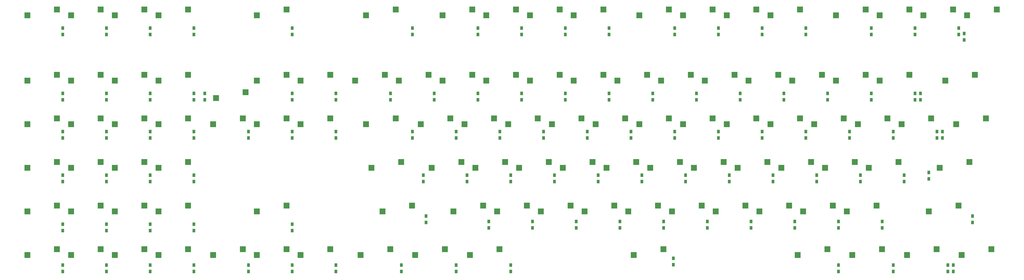
<source format=gbr>
G04 #@! TF.GenerationSoftware,KiCad,Pcbnew,(5.0.1)-4*
G04 #@! TF.CreationDate,2019-03-27T07:27:33+08:00*
G04 #@! TF.ProjectId,south-chonk,736F7574682D63686F6E6B2E6B696361,1*
G04 #@! TF.SameCoordinates,Original*
G04 #@! TF.FileFunction,Paste,Bot*
G04 #@! TF.FilePolarity,Positive*
%FSLAX46Y46*%
G04 Gerber Fmt 4.6, Leading zero omitted, Abs format (unit mm)*
G04 Created by KiCad (PCBNEW (5.0.1)-4) date 3/27/2019 7:27:33 AM*
%MOMM*%
%LPD*%
G01*
G04 APERTURE LIST*
%ADD10R,2.550000X2.500000*%
%ADD11R,1.200000X1.600000*%
G04 APERTURE END LIST*
D10*
G04 #@! TO.C,MX1*
X21490000Y-26035000D03*
X34417000Y-23495000D03*
G04 #@! TD*
G04 #@! TO.C,MX2*
X53467000Y-23495000D03*
X40540000Y-26035000D03*
G04 #@! TD*
G04 #@! TO.C,MX3*
X59590000Y-26035000D03*
X72517000Y-23495000D03*
G04 #@! TD*
G04 #@! TO.C,MX4*
X78640100Y-26035000D03*
X91567100Y-23495000D03*
G04 #@! TD*
G04 #@! TO.C,MX23*
X103696000Y-62230000D03*
X116623000Y-59690000D03*
G04 #@! TD*
G04 #@! TO.C,MX105*
X285809000Y-130810000D03*
X298736000Y-128270000D03*
G04 #@! TD*
G04 #@! TO.C,MX94*
X414396000Y-111760000D03*
X427323000Y-109220000D03*
G04 #@! TD*
G04 #@! TO.C,MX18*
X431065000Y-26035000D03*
X443992000Y-23495000D03*
G04 #@! TD*
G04 #@! TO.C,MX60*
X426303000Y-73660000D03*
X439230000Y-71120000D03*
G04 #@! TD*
G04 #@! TO.C,MX109*
X428684000Y-130810000D03*
X441611000Y-128270000D03*
G04 #@! TD*
G04 #@! TO.C,MX77*
X419159000Y-92710000D03*
X432086000Y-90170000D03*
G04 #@! TD*
G04 #@! TO.C,MX39*
X421540000Y-54610000D03*
X434467000Y-52070000D03*
G04 #@! TD*
G04 #@! TO.C,MX5*
X134430000Y-23495000D03*
X121503000Y-26035000D03*
G04 #@! TD*
G04 #@! TO.C,MX6*
X182054000Y-23495000D03*
X169127000Y-26035000D03*
G04 #@! TD*
G04 #@! TO.C,MX7*
X202465000Y-26035000D03*
X215392000Y-23495000D03*
G04 #@! TD*
G04 #@! TO.C,MX8*
X234442000Y-23495000D03*
X221515000Y-26035000D03*
G04 #@! TD*
G04 #@! TO.C,MX9*
X240565000Y-26035000D03*
X253492000Y-23495000D03*
G04 #@! TD*
G04 #@! TO.C,MX10*
X259615000Y-26035000D03*
X272542000Y-23495000D03*
G04 #@! TD*
G04 #@! TO.C,MX11*
X288190000Y-26035000D03*
X301117000Y-23495000D03*
G04 #@! TD*
G04 #@! TO.C,MX12*
X320167000Y-23495000D03*
X307240000Y-26035000D03*
G04 #@! TD*
G04 #@! TO.C,MX13*
X339217000Y-23495000D03*
X326290000Y-26035000D03*
G04 #@! TD*
G04 #@! TO.C,MX14*
X358267000Y-23495000D03*
X345340000Y-26035000D03*
G04 #@! TD*
G04 #@! TO.C,MX15*
X386842000Y-23495000D03*
X373915000Y-26035000D03*
G04 #@! TD*
G04 #@! TO.C,MX16*
X405892000Y-23495000D03*
X392965000Y-26035000D03*
G04 #@! TD*
G04 #@! TO.C,MX17*
X412015000Y-26035000D03*
X424942000Y-23495000D03*
G04 #@! TD*
G04 #@! TO.C,MX19*
X21490000Y-54610000D03*
X34417000Y-52070000D03*
G04 #@! TD*
G04 #@! TO.C,MX20*
X53467000Y-52070000D03*
X40540000Y-54610000D03*
G04 #@! TD*
G04 #@! TO.C,MX21*
X72517000Y-52070000D03*
X59590000Y-54610000D03*
G04 #@! TD*
G04 #@! TO.C,MX22*
X91567000Y-52070000D03*
X78640000Y-54610000D03*
G04 #@! TD*
G04 #@! TO.C,MX24*
X121503000Y-54610000D03*
X134430000Y-52070000D03*
G04 #@! TD*
G04 #@! TO.C,MX25*
X140553000Y-54610000D03*
X153480000Y-52070000D03*
G04 #@! TD*
G04 #@! TO.C,MX26*
X164365000Y-54610000D03*
X177292000Y-52070000D03*
G04 #@! TD*
G04 #@! TO.C,MX27*
X183415000Y-54610000D03*
X196342000Y-52070000D03*
G04 #@! TD*
G04 #@! TO.C,MX28*
X215392000Y-52070000D03*
X202465000Y-54610000D03*
G04 #@! TD*
G04 #@! TO.C,MX29*
X221515000Y-54610000D03*
X234442000Y-52070000D03*
G04 #@! TD*
G04 #@! TO.C,MX30*
X240565000Y-54610000D03*
X253492000Y-52070000D03*
G04 #@! TD*
G04 #@! TO.C,MX31*
X272542000Y-52070000D03*
X259615000Y-54610000D03*
G04 #@! TD*
G04 #@! TO.C,MX32*
X291592000Y-52070000D03*
X278665000Y-54610000D03*
G04 #@! TD*
G04 #@! TO.C,MX33*
X310642000Y-52070000D03*
X297715000Y-54610000D03*
G04 #@! TD*
G04 #@! TO.C,MX34*
X316765000Y-54610000D03*
X329692000Y-52070000D03*
G04 #@! TD*
G04 #@! TO.C,MX35*
X335815000Y-54610000D03*
X348742000Y-52070000D03*
G04 #@! TD*
G04 #@! TO.C,MX36*
X367792000Y-52070000D03*
X354865000Y-54610000D03*
G04 #@! TD*
G04 #@! TO.C,MX37*
X386842000Y-52070000D03*
X373915000Y-54610000D03*
G04 #@! TD*
G04 #@! TO.C,MX38*
X392965000Y-54610000D03*
X405892000Y-52070000D03*
G04 #@! TD*
G04 #@! TO.C,MX40*
X34417000Y-71120000D03*
X21490000Y-73660000D03*
G04 #@! TD*
G04 #@! TO.C,MX41*
X53467000Y-71120000D03*
X40540000Y-73660000D03*
G04 #@! TD*
G04 #@! TO.C,MX42*
X59590000Y-73660000D03*
X72517000Y-71120000D03*
G04 #@! TD*
G04 #@! TO.C,MX43*
X91567000Y-71120000D03*
X78640000Y-73660000D03*
G04 #@! TD*
G04 #@! TO.C,MX44*
X115380000Y-71120000D03*
X102453000Y-73660000D03*
G04 #@! TD*
G04 #@! TO.C,MX45*
X134430000Y-71120000D03*
X121503000Y-73660000D03*
G04 #@! TD*
G04 #@! TO.C,MX46*
X153480000Y-71120000D03*
X140553000Y-73660000D03*
G04 #@! TD*
G04 #@! TO.C,MX47*
X169127000Y-73660000D03*
X182054000Y-71120000D03*
G04 #@! TD*
G04 #@! TO.C,MX48*
X205867000Y-71120000D03*
X192940000Y-73660000D03*
G04 #@! TD*
G04 #@! TO.C,MX49*
X211990000Y-73660000D03*
X224917000Y-71120000D03*
G04 #@! TD*
G04 #@! TO.C,MX50*
X231040000Y-73660000D03*
X243967000Y-71120000D03*
G04 #@! TD*
G04 #@! TO.C,MX51*
X250090000Y-73660000D03*
X263017000Y-71120000D03*
G04 #@! TD*
G04 #@! TO.C,MX52*
X282067000Y-71120000D03*
X269140000Y-73660000D03*
G04 #@! TD*
G04 #@! TO.C,MX53*
X288190000Y-73660000D03*
X301117000Y-71120000D03*
G04 #@! TD*
G04 #@! TO.C,MX54*
X307240000Y-73660000D03*
X320167000Y-71120000D03*
G04 #@! TD*
G04 #@! TO.C,MX55*
X339217000Y-71120000D03*
X326290000Y-73660000D03*
G04 #@! TD*
G04 #@! TO.C,MX56*
X358267000Y-71120000D03*
X345340000Y-73660000D03*
G04 #@! TD*
G04 #@! TO.C,MX57*
X364390000Y-73660000D03*
X377317000Y-71120000D03*
G04 #@! TD*
G04 #@! TO.C,MX58*
X383440000Y-73660000D03*
X396367000Y-71120000D03*
G04 #@! TD*
G04 #@! TO.C,MX59*
X402490000Y-73660000D03*
X415417000Y-71120000D03*
G04 #@! TD*
G04 #@! TO.C,MX61*
X34417000Y-90170000D03*
X21490000Y-92710000D03*
G04 #@! TD*
G04 #@! TO.C,MX62*
X53467000Y-90170000D03*
X40540000Y-92710000D03*
G04 #@! TD*
G04 #@! TO.C,MX63*
X59590000Y-92710000D03*
X72517000Y-90170000D03*
G04 #@! TD*
G04 #@! TO.C,MX64*
X91567000Y-90170000D03*
X78640000Y-92710000D03*
G04 #@! TD*
G04 #@! TO.C,MX65*
X171509000Y-92710000D03*
X184436000Y-90170000D03*
G04 #@! TD*
G04 #@! TO.C,MX66*
X197703000Y-92710000D03*
X210630000Y-90170000D03*
G04 #@! TD*
G04 #@! TO.C,MX67*
X229680000Y-90170000D03*
X216753000Y-92710000D03*
G04 #@! TD*
G04 #@! TO.C,MX69*
X254853000Y-92710000D03*
X267780000Y-90170000D03*
G04 #@! TD*
G04 #@! TO.C,MX70*
X286830000Y-90170000D03*
X273903000Y-92710000D03*
G04 #@! TD*
G04 #@! TO.C,MX71*
X305880000Y-90170000D03*
X292953000Y-92710000D03*
G04 #@! TD*
G04 #@! TO.C,MX72*
X312003000Y-92710000D03*
X324930000Y-90170000D03*
G04 #@! TD*
G04 #@! TO.C,MX73*
X331053000Y-92710000D03*
X343980000Y-90170000D03*
G04 #@! TD*
G04 #@! TO.C,MX74*
X363030000Y-90170000D03*
X350103000Y-92710000D03*
G04 #@! TD*
G04 #@! TO.C,MX75*
X369153000Y-92710000D03*
X382080000Y-90170000D03*
G04 #@! TD*
G04 #@! TO.C,MX76*
X401130000Y-90170000D03*
X388203000Y-92710000D03*
G04 #@! TD*
G04 #@! TO.C,MX78*
X34417000Y-109220000D03*
X21490000Y-111760000D03*
G04 #@! TD*
G04 #@! TO.C,MX79*
X40540000Y-111760000D03*
X53467000Y-109220000D03*
G04 #@! TD*
G04 #@! TO.C,MX80*
X72517000Y-109220000D03*
X59590000Y-111760000D03*
G04 #@! TD*
G04 #@! TO.C,MX81*
X78640000Y-111760000D03*
X91567000Y-109220000D03*
G04 #@! TD*
G04 #@! TO.C,MX82*
X121503000Y-111760000D03*
X134430000Y-109220000D03*
G04 #@! TD*
G04 #@! TO.C,MX83*
X189198000Y-109220000D03*
X176271000Y-111760000D03*
G04 #@! TD*
G04 #@! TO.C,MX84*
X207227000Y-111760000D03*
X220154000Y-109220000D03*
G04 #@! TD*
G04 #@! TO.C,MX85*
X239204000Y-109220000D03*
X226277000Y-111760000D03*
G04 #@! TD*
G04 #@! TO.C,MX86*
X258254000Y-109220000D03*
X245327000Y-111760000D03*
G04 #@! TD*
G04 #@! TO.C,MX87*
X277304000Y-109220000D03*
X264377000Y-111760000D03*
G04 #@! TD*
G04 #@! TO.C,MX88*
X296354000Y-109220000D03*
X283427000Y-111760000D03*
G04 #@! TD*
G04 #@! TO.C,MX89*
X302477000Y-111760000D03*
X315404000Y-109220000D03*
G04 #@! TD*
G04 #@! TO.C,MX90*
X334454000Y-109220000D03*
X321527000Y-111760000D03*
G04 #@! TD*
G04 #@! TO.C,MX91*
X340577000Y-111760000D03*
X353504000Y-109220000D03*
G04 #@! TD*
G04 #@! TO.C,MX92*
X359627000Y-111760000D03*
X372554000Y-109220000D03*
G04 #@! TD*
G04 #@! TO.C,MX93*
X378677000Y-111760000D03*
X391604000Y-109220000D03*
G04 #@! TD*
G04 #@! TO.C,MX95*
X21490000Y-130810000D03*
X34417000Y-128270000D03*
G04 #@! TD*
G04 #@! TO.C,MX96*
X40540000Y-130810000D03*
X53467000Y-128270000D03*
G04 #@! TD*
G04 #@! TO.C,MX97*
X59590000Y-130810000D03*
X72517000Y-128270000D03*
G04 #@! TD*
G04 #@! TO.C,MX98*
X91567000Y-128270000D03*
X78640000Y-130810000D03*
G04 #@! TD*
G04 #@! TO.C,MX99*
X115380000Y-128270000D03*
X102453000Y-130810000D03*
G04 #@! TD*
G04 #@! TO.C,MX100*
X134430000Y-128270000D03*
X121503000Y-130810000D03*
G04 #@! TD*
G04 #@! TO.C,MX101*
X140553000Y-130810000D03*
X153480000Y-128270000D03*
G04 #@! TD*
G04 #@! TO.C,MX102*
X179673000Y-128270000D03*
X166746000Y-130810000D03*
G04 #@! TD*
G04 #@! TO.C,MX103*
X190559000Y-130810000D03*
X203486000Y-128270000D03*
G04 #@! TD*
G04 #@! TO.C,MX104*
X214371000Y-130810000D03*
X227298000Y-128270000D03*
G04 #@! TD*
G04 #@! TO.C,MX106*
X370173000Y-128270000D03*
X357246000Y-130810000D03*
G04 #@! TD*
G04 #@! TO.C,MX107*
X381059000Y-130810000D03*
X393986000Y-128270000D03*
G04 #@! TD*
G04 #@! TO.C,MX108*
X417798000Y-128270000D03*
X404871000Y-130810000D03*
G04 #@! TD*
D11*
G04 #@! TO.C,D1*
X36909400Y-34409400D03*
X36909400Y-31609400D03*
G04 #@! TD*
G04 #@! TO.C,D2*
X55959400Y-34409400D03*
X55959400Y-31609400D03*
G04 #@! TD*
G04 #@! TO.C,D3*
X75009400Y-31609400D03*
X75009400Y-34409400D03*
G04 #@! TD*
G04 #@! TO.C,D4*
X94059400Y-34409400D03*
X94059400Y-31609400D03*
G04 #@! TD*
G04 #@! TO.C,D5*
X136922000Y-31609400D03*
X136922000Y-34409400D03*
G04 #@! TD*
G04 #@! TO.C,D6*
X189310000Y-34409400D03*
X189310000Y-31609400D03*
G04 #@! TD*
G04 #@! TO.C,D7*
X217885000Y-31609400D03*
X217885000Y-34409400D03*
G04 #@! TD*
G04 #@! TO.C,D8*
X236935000Y-34409400D03*
X236935000Y-31609400D03*
G04 #@! TD*
G04 #@! TO.C,D9*
X255985000Y-31609400D03*
X255985000Y-34409400D03*
G04 #@! TD*
G04 #@! TO.C,D10*
X275035000Y-31609400D03*
X275035000Y-34409400D03*
G04 #@! TD*
G04 #@! TO.C,D11*
X303610000Y-31609400D03*
X303610000Y-34409400D03*
G04 #@! TD*
G04 #@! TO.C,D12*
X322660000Y-34409400D03*
X322660000Y-31609400D03*
G04 #@! TD*
G04 #@! TO.C,D13*
X341710000Y-31609400D03*
X341710000Y-34409400D03*
G04 #@! TD*
G04 #@! TO.C,D14*
X360760000Y-34409400D03*
X360760000Y-31609400D03*
G04 #@! TD*
G04 #@! TO.C,D15*
X389335000Y-31609400D03*
X389335000Y-34409400D03*
G04 #@! TD*
G04 #@! TO.C,D16*
X408385000Y-34409400D03*
X408385000Y-31609400D03*
G04 #@! TD*
G04 #@! TO.C,D17*
X427435000Y-31609400D03*
X427435000Y-34409400D03*
G04 #@! TD*
G04 #@! TO.C,D18*
X429816000Y-36790600D03*
X429816000Y-33990600D03*
G04 #@! TD*
G04 #@! TO.C,D19*
X36909400Y-62984400D03*
X36909400Y-60184400D03*
G04 #@! TD*
G04 #@! TO.C,D20*
X55959400Y-60184400D03*
X55959400Y-62984400D03*
G04 #@! TD*
G04 #@! TO.C,D21*
X75009400Y-62984400D03*
X75009400Y-60184400D03*
G04 #@! TD*
G04 #@! TO.C,D22*
X94059312Y-60184400D03*
X94059312Y-62984400D03*
G04 #@! TD*
G04 #@! TO.C,D23*
X98821900Y-62984400D03*
X98821900Y-60184400D03*
G04 #@! TD*
G04 #@! TO.C,D24*
X136922000Y-60184400D03*
X136922000Y-62984400D03*
G04 #@! TD*
G04 #@! TO.C,D25*
X155972000Y-62984400D03*
X155972000Y-60184400D03*
G04 #@! TD*
G04 #@! TO.C,D26*
X179785000Y-60184400D03*
X179785000Y-62984400D03*
G04 #@! TD*
G04 #@! TO.C,D27*
X198835000Y-62984400D03*
X198835000Y-60184400D03*
G04 #@! TD*
G04 #@! TO.C,D28*
X217885000Y-60184400D03*
X217885000Y-62984400D03*
G04 #@! TD*
G04 #@! TO.C,D29*
X236935000Y-62984400D03*
X236935000Y-60184400D03*
G04 #@! TD*
G04 #@! TO.C,D30*
X255985000Y-60184400D03*
X255985000Y-62984400D03*
G04 #@! TD*
G04 #@! TO.C,D31*
X275035000Y-62984400D03*
X275035000Y-60184400D03*
G04 #@! TD*
G04 #@! TO.C,D32*
X294085000Y-60184400D03*
X294085000Y-62984400D03*
G04 #@! TD*
G04 #@! TO.C,D33*
X313135000Y-62984400D03*
X313135000Y-60184400D03*
G04 #@! TD*
G04 #@! TO.C,D34*
X332185000Y-60184400D03*
X332185000Y-62984400D03*
G04 #@! TD*
G04 #@! TO.C,D35*
X351235000Y-62984400D03*
X351235000Y-60184400D03*
G04 #@! TD*
G04 #@! TO.C,D36*
X370285000Y-60184400D03*
X370285000Y-62984400D03*
G04 #@! TD*
G04 #@! TO.C,D37*
X389335000Y-62984400D03*
X389335000Y-60184400D03*
G04 #@! TD*
G04 #@! TO.C,D38*
X408385000Y-62984400D03*
X408385000Y-60184400D03*
G04 #@! TD*
G04 #@! TO.C,D39*
X410766000Y-62984400D03*
X410766000Y-60184400D03*
G04 #@! TD*
G04 #@! TO.C,D40*
X36909400Y-76853200D03*
X36909400Y-79653200D03*
G04 #@! TD*
G04 #@! TO.C,D41*
X55959400Y-79653200D03*
X55959400Y-76853200D03*
G04 #@! TD*
G04 #@! TO.C,D42*
X75009400Y-76853200D03*
X75009400Y-79653200D03*
G04 #@! TD*
G04 #@! TO.C,D43*
X94059400Y-79653200D03*
X94059400Y-76853200D03*
G04 #@! TD*
G04 #@! TO.C,D44*
X117872000Y-76853200D03*
X117872000Y-79653200D03*
G04 #@! TD*
G04 #@! TO.C,D45*
X136922000Y-79653200D03*
X136922000Y-76853200D03*
G04 #@! TD*
G04 #@! TO.C,D46*
X155972000Y-76853200D03*
X155972000Y-79653200D03*
G04 #@! TD*
G04 #@! TO.C,D47*
X189310000Y-76853200D03*
X189310000Y-79653200D03*
G04 #@! TD*
G04 #@! TO.C,D48*
X208360000Y-76853200D03*
X208360000Y-79653200D03*
G04 #@! TD*
G04 #@! TO.C,D49*
X227410000Y-79653200D03*
X227410000Y-76853200D03*
G04 #@! TD*
G04 #@! TO.C,D50*
X246460000Y-76853200D03*
X246460000Y-79653200D03*
G04 #@! TD*
G04 #@! TO.C,D51*
X265510000Y-79653200D03*
X265510000Y-76853200D03*
G04 #@! TD*
G04 #@! TO.C,D52*
X284560000Y-76853200D03*
X284560000Y-79653200D03*
G04 #@! TD*
G04 #@! TO.C,D53*
X303610000Y-79653200D03*
X303610000Y-76853200D03*
G04 #@! TD*
G04 #@! TO.C,D54*
X322660000Y-76853200D03*
X322660000Y-79653200D03*
G04 #@! TD*
G04 #@! TO.C,D55*
X341710000Y-79653200D03*
X341710000Y-76853200D03*
G04 #@! TD*
G04 #@! TO.C,D56*
X360760000Y-79653200D03*
X360760000Y-76853200D03*
G04 #@! TD*
G04 #@! TO.C,D57*
X379810000Y-79653200D03*
X379810000Y-76853200D03*
G04 #@! TD*
G04 #@! TO.C,D58*
X398860000Y-79653200D03*
X398860000Y-76853200D03*
G04 #@! TD*
G04 #@! TO.C,D59*
X417910000Y-76853200D03*
X417910000Y-79653200D03*
G04 #@! TD*
G04 #@! TO.C,D60*
X420291000Y-79653200D03*
X420291000Y-76853200D03*
G04 #@! TD*
G04 #@! TO.C,D61*
X36909400Y-95903200D03*
X36909400Y-98703200D03*
G04 #@! TD*
G04 #@! TO.C,D62*
X55959400Y-98703200D03*
X55959400Y-95903200D03*
G04 #@! TD*
G04 #@! TO.C,D63*
X75009400Y-95903200D03*
X75009400Y-98703200D03*
G04 #@! TD*
G04 #@! TO.C,D64*
X94059400Y-98703200D03*
X94059400Y-95903200D03*
G04 #@! TD*
G04 #@! TO.C,D65*
X194072000Y-95903200D03*
X194072000Y-98703200D03*
G04 #@! TD*
G04 #@! TO.C,D66*
X213122000Y-95903200D03*
X213122000Y-98703200D03*
G04 #@! TD*
G04 #@! TO.C,D67*
X232172000Y-95903200D03*
X232172000Y-98703200D03*
G04 #@! TD*
G04 #@! TO.C,D68*
X251222000Y-98703200D03*
X251222000Y-95903200D03*
G04 #@! TD*
G04 #@! TO.C,D69*
X270272000Y-95903200D03*
X270272000Y-98703200D03*
G04 #@! TD*
G04 #@! TO.C,D70*
X289322000Y-98703200D03*
X289322000Y-95903200D03*
G04 #@! TD*
G04 #@! TO.C,D71*
X308372000Y-95903200D03*
X308372000Y-98703200D03*
G04 #@! TD*
G04 #@! TO.C,D72*
X327422000Y-98703200D03*
X327422000Y-95903200D03*
G04 #@! TD*
G04 #@! TO.C,D73*
X346472000Y-95903200D03*
X346472000Y-98703200D03*
G04 #@! TD*
G04 #@! TO.C,D74*
X365522000Y-98703200D03*
X365522000Y-95903200D03*
G04 #@! TD*
G04 #@! TO.C,D75*
X384572000Y-98703200D03*
X384572000Y-95903200D03*
G04 #@! TD*
G04 #@! TO.C,D76*
X403622000Y-98703200D03*
X403622000Y-95903200D03*
G04 #@! TD*
G04 #@! TO.C,D77*
X414338000Y-94712600D03*
X414338000Y-97512600D03*
G04 #@! TD*
G04 #@! TO.C,D78*
X36909400Y-117334000D03*
X36909400Y-120134000D03*
G04 #@! TD*
G04 #@! TO.C,D79*
X55959400Y-120134000D03*
X55959400Y-117334000D03*
G04 #@! TD*
G04 #@! TO.C,D80*
X75009400Y-117334000D03*
X75009400Y-120134000D03*
G04 #@! TD*
G04 #@! TO.C,D81*
X94059400Y-117334000D03*
X94059400Y-120134000D03*
G04 #@! TD*
G04 #@! TO.C,D82*
X136922000Y-120134000D03*
X136922000Y-117334000D03*
G04 #@! TD*
G04 #@! TO.C,D83*
X195263000Y-113763000D03*
X195263000Y-116563000D03*
G04 #@! TD*
G04 #@! TO.C,D84*
X222647000Y-116144000D03*
X222647000Y-118944000D03*
G04 #@! TD*
G04 #@! TO.C,D85*
X241697000Y-118944000D03*
X241697000Y-116144000D03*
G04 #@! TD*
G04 #@! TO.C,D86*
X260747000Y-116144000D03*
X260747000Y-118944000D03*
G04 #@! TD*
G04 #@! TO.C,D87*
X279797000Y-116144000D03*
X279797000Y-118944000D03*
G04 #@! TD*
G04 #@! TO.C,D88*
X298847000Y-118944000D03*
X298847000Y-116144000D03*
G04 #@! TD*
G04 #@! TO.C,D89*
X317897000Y-118944000D03*
X317897000Y-116144000D03*
G04 #@! TD*
G04 #@! TO.C,D90*
X336947000Y-116144000D03*
X336947000Y-118944000D03*
G04 #@! TD*
G04 #@! TO.C,D91*
X355997000Y-116144000D03*
X355997000Y-118944000D03*
G04 #@! TD*
G04 #@! TO.C,D92*
X375047000Y-118944000D03*
X375047000Y-116144000D03*
G04 #@! TD*
G04 #@! TO.C,D93*
X394097000Y-118944000D03*
X394097000Y-116144000D03*
G04 #@! TD*
G04 #@! TO.C,D94*
X433388000Y-113763000D03*
X433388000Y-116563000D03*
G04 #@! TD*
G04 #@! TO.C,D95*
X36909400Y-135194000D03*
X36909400Y-137994000D03*
G04 #@! TD*
G04 #@! TO.C,D96*
X55959400Y-135194000D03*
X55959400Y-137994000D03*
G04 #@! TD*
G04 #@! TO.C,D97*
X75009400Y-135194000D03*
X75009400Y-137994000D03*
G04 #@! TD*
G04 #@! TO.C,D98*
X94059400Y-135194000D03*
X94059400Y-137994000D03*
G04 #@! TD*
G04 #@! TO.C,D99*
X117872000Y-137994000D03*
X117872000Y-135194000D03*
G04 #@! TD*
G04 #@! TO.C,D100*
X136922000Y-137994000D03*
X136922000Y-135194000D03*
G04 #@! TD*
G04 #@! TO.C,D101*
X155972000Y-137994000D03*
X155972000Y-135194000D03*
G04 #@! TD*
G04 #@! TO.C,D102*
X184547000Y-135194000D03*
X184547000Y-137994000D03*
G04 #@! TD*
G04 #@! TO.C,D103*
X208360000Y-137994000D03*
X208360000Y-135194000D03*
G04 #@! TD*
G04 #@! TO.C,D104*
X232172000Y-137994000D03*
X232172000Y-135194000D03*
G04 #@! TD*
G04 #@! TO.C,D105*
X303014000Y-135017000D03*
X303014000Y-132217000D03*
G04 #@! TD*
G04 #@! TO.C,D106*
X375047000Y-137994000D03*
X375047000Y-135194000D03*
G04 #@! TD*
G04 #@! TO.C,D107*
X398860000Y-135194000D03*
X398860000Y-137994000D03*
G04 #@! TD*
G04 #@! TO.C,D108*
X422672000Y-135194000D03*
X422672000Y-137994000D03*
G04 #@! TD*
G04 #@! TO.C,D109*
X425053000Y-135194000D03*
X425053000Y-137994000D03*
G04 #@! TD*
D10*
G04 #@! TO.C,MX68*
X235803000Y-92710000D03*
X248730000Y-90170000D03*
G04 #@! TD*
M02*

</source>
